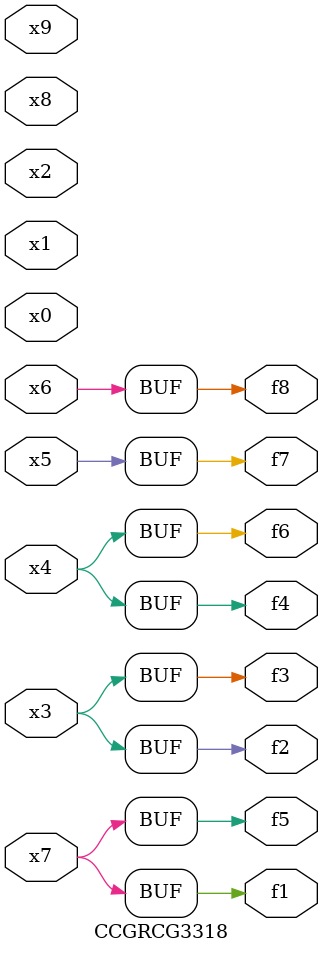
<source format=v>
module CCGRCG3318(
	input x0, x1, x2, x3, x4, x5, x6, x7, x8, x9,
	output f1, f2, f3, f4, f5, f6, f7, f8
);
	assign f1 = x7;
	assign f2 = x3;
	assign f3 = x3;
	assign f4 = x4;
	assign f5 = x7;
	assign f6 = x4;
	assign f7 = x5;
	assign f8 = x6;
endmodule

</source>
